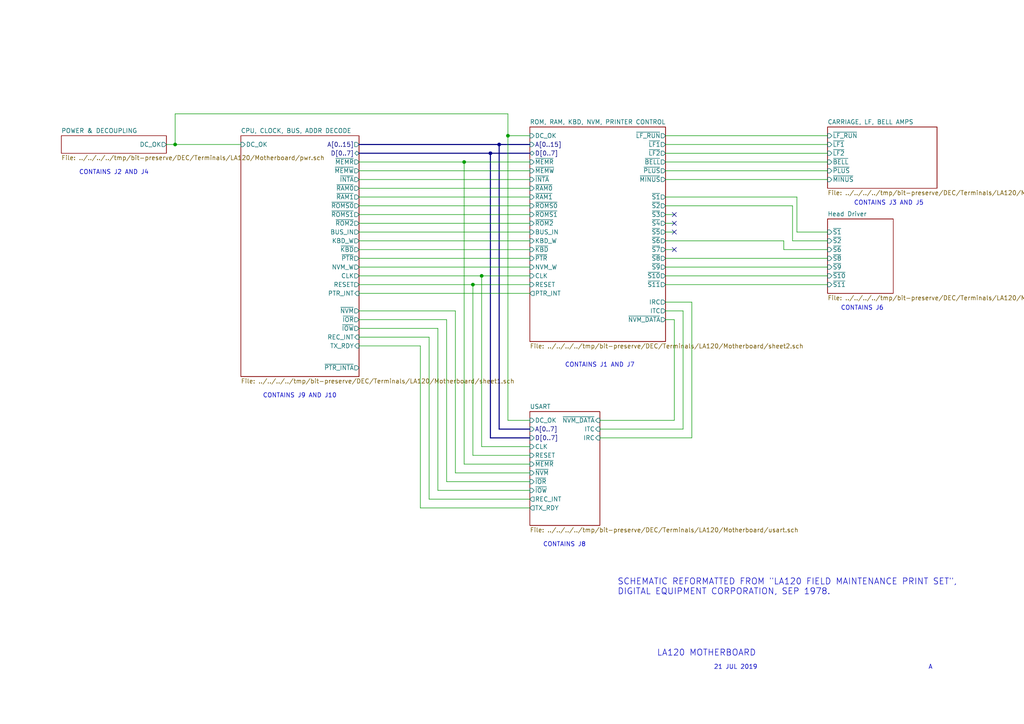
<source format=kicad_sch>
(kicad_sch (version 20230121) (generator eeschema)
  (paper "A4")
  (lib_symbols)
  (junction (at 50.8 41.91))
  (junction (at 139.7 80.01))
  (junction (at 142.24 44.45))
  (junction (at 134.62 46.99))
  (junction (at 137.16 82.55))
  (junction (at 147.32 39.37))
  (junction (at 144.78 41.91))
  (no_connect (at 195.58 62.23))
  (no_connect (at 195.58 64.77))
  (no_connect (at 195.58 72.39))
  (no_connect (at 195.58 67.31))
  (wire (pts (xy 193.04 80.01) (xy 240.03 80.01)))
  (wire (pts (xy 193.04 69.85) (xy 227.33 69.85)))
  (wire (pts (xy 153.67 134.62) (xy 134.62 134.62)))
  (wire (pts (xy 104.14 100.33) (xy 121.92 100.33)))
  (wire (pts (xy 195.58 92.71) (xy 193.04 92.71)))
  (wire (pts (xy 193.04 49.53) (xy 240.03 49.53)))
  (wire (pts (xy 139.7 129.54) (xy 139.7 80.01)))
  (wire (pts (xy 153.67 129.54) (xy 139.7 129.54)))
  (wire (pts (xy 104.14 74.93) (xy 153.67 74.93)))
  (wire (pts (xy 147.32 121.92) (xy 147.32 39.37)))
  (wire (pts (xy 139.7 80.01) (xy 153.67 80.01)))
  (bus (pts (xy 153.67 127) (xy 142.24 127)))
  (wire (pts (xy 147.32 121.92) (xy 153.67 121.92)))
  (wire (pts (xy 193.04 82.55) (xy 240.03 82.55)))
  (bus (pts (xy 144.78 124.46) (xy 144.78 41.91)))
  (wire (pts (xy 50.8 33.02) (xy 50.8 41.91)))
  (wire (pts (xy 104.14 46.99) (xy 134.62 46.99)))
  (wire (pts (xy 137.16 82.55) (xy 153.67 82.55)))
  (bus (pts (xy 142.24 44.45) (xy 153.67 44.45)))
  (wire (pts (xy 198.12 124.46) (xy 173.99 124.46)))
  (wire (pts (xy 200.66 127) (xy 200.66 87.63)))
  (wire (pts (xy 137.16 82.55) (xy 137.16 132.08)))
  (bus (pts (xy 153.67 124.46) (xy 144.78 124.46)))
  (wire (pts (xy 104.14 69.85) (xy 153.67 69.85)))
  (wire (pts (xy 104.14 49.53) (xy 153.67 49.53)))
  (wire (pts (xy 193.04 46.99) (xy 240.03 46.99)))
  (wire (pts (xy 104.14 72.39) (xy 153.67 72.39)))
  (wire (pts (xy 48.26 41.91) (xy 50.8 41.91)))
  (wire (pts (xy 104.14 85.09) (xy 153.67 85.09)))
  (wire (pts (xy 104.14 57.15) (xy 153.67 57.15)))
  (wire (pts (xy 193.04 44.45) (xy 240.03 44.45)))
  (wire (pts (xy 193.04 77.47) (xy 240.03 77.47)))
  (wire (pts (xy 193.04 52.07) (xy 240.03 52.07)))
  (wire (pts (xy 193.04 90.17) (xy 198.12 90.17)))
  (bus (pts (xy 104.14 41.91) (xy 144.78 41.91)))
  (wire (pts (xy 137.16 132.08) (xy 153.67 132.08)))
  (wire (pts (xy 104.14 67.31) (xy 153.67 67.31)))
  (wire (pts (xy 193.04 67.31) (xy 195.58 67.31)))
  (wire (pts (xy 134.62 134.62) (xy 134.62 46.99)))
  (wire (pts (xy 229.87 59.69) (xy 229.87 69.85)))
  (wire (pts (xy 227.33 72.39) (xy 240.03 72.39)))
  (wire (pts (xy 104.14 92.71) (xy 129.54 92.71)))
  (wire (pts (xy 227.33 69.85) (xy 227.33 72.39)))
  (wire (pts (xy 153.67 137.16) (xy 132.08 137.16)))
  (wire (pts (xy 104.14 90.17) (xy 132.08 90.17)))
  (wire (pts (xy 229.87 69.85) (xy 240.03 69.85)))
  (wire (pts (xy 129.54 92.71) (xy 129.54 139.7)))
  (wire (pts (xy 231.14 57.15) (xy 231.14 67.31)))
  (wire (pts (xy 193.04 57.15) (xy 231.14 57.15)))
  (wire (pts (xy 193.04 74.93) (xy 240.03 74.93)))
  (wire (pts (xy 104.14 52.07) (xy 153.67 52.07)))
  (wire (pts (xy 50.8 41.91) (xy 69.85 41.91)))
  (bus (pts (xy 142.24 127) (xy 142.24 44.45)))
  (wire (pts (xy 121.92 147.32) (xy 153.67 147.32)))
  (wire (pts (xy 153.67 142.24) (xy 127 142.24)))
  (wire (pts (xy 173.99 121.92) (xy 195.58 121.92)))
  (wire (pts (xy 173.99 127) (xy 200.66 127)))
  (wire (pts (xy 198.12 90.17) (xy 198.12 124.46)))
  (wire (pts (xy 121.92 100.33) (xy 121.92 147.32)))
  (wire (pts (xy 193.04 59.69) (xy 229.87 59.69)))
  (bus (pts (xy 104.14 44.45) (xy 142.24 44.45)))
  (wire (pts (xy 104.14 64.77) (xy 153.67 64.77)))
  (wire (pts (xy 147.32 39.37) (xy 147.32 33.02)))
  (wire (pts (xy 127 142.24) (xy 127 95.25)))
  (wire (pts (xy 147.32 33.02) (xy 50.8 33.02)))
  (wire (pts (xy 193.04 72.39) (xy 195.58 72.39)))
  (wire (pts (xy 231.14 67.31) (xy 240.03 67.31)))
  (wire (pts (xy 129.54 139.7) (xy 153.67 139.7)))
  (wire (pts (xy 104.14 54.61) (xy 153.67 54.61)))
  (wire (pts (xy 134.62 46.99) (xy 153.67 46.99)))
  (wire (pts (xy 104.14 62.23) (xy 153.67 62.23)))
  (wire (pts (xy 124.46 144.78) (xy 153.67 144.78)))
  (wire (pts (xy 104.14 82.55) (xy 137.16 82.55)))
  (wire (pts (xy 200.66 87.63) (xy 193.04 87.63)))
  (wire (pts (xy 195.58 121.92) (xy 195.58 92.71)))
  (wire (pts (xy 132.08 137.16) (xy 132.08 90.17)))
  (wire (pts (xy 193.04 39.37) (xy 240.03 39.37)))
  (wire (pts (xy 104.14 77.47) (xy 153.67 77.47)))
  (wire (pts (xy 104.14 80.01) (xy 139.7 80.01)))
  (wire (pts (xy 193.04 64.77) (xy 195.58 64.77)))
  (wire (pts (xy 124.46 97.79) (xy 124.46 144.78)))
  (wire (pts (xy 193.04 62.23) (xy 195.58 62.23)))
  (wire (pts (xy 127 95.25) (xy 104.14 95.25)))
  (wire (pts (xy 104.14 97.79) (xy 124.46 97.79)))
  (bus (pts (xy 144.78 41.91) (xy 153.67 41.91)))
  (wire (pts (xy 193.04 41.91) (xy 240.03 41.91)))
  (wire (pts (xy 104.14 59.69) (xy 153.67 59.69)))
  (wire (pts (xy 153.67 39.37) (xy 147.32 39.37)))
  (text "CONTAINS J6" (at 243.84 90.17 0) (effects (font (size 1.27 1.27)) (justify left bottom)))
  (text "21 JUL 2019" (at 207.01 194.31 0) (effects (font (size 1.27 1.27)) (justify left bottom)))
  (text "CONTAINS J1 AND J7" (at 163.83 106.68 0) (effects (font (size 1.27 1.27)) (justify left bottom)))
  (text "A" (at 269.24 194.31 0) (effects (font (size 1.27 1.27)) (justify left bottom)))
  (text "CONTAINS J9 AND J10" (at 76.2 115.57 0) (effects (font (size 1.27 1.27)) (justify left bottom)))
  (text "LA120 MOTHERBOARD" (at 190.5 190.5 0) (effects (font (size 1.778 1.778)) (justify left bottom)))
  (text "CONTAINS J8" (at 157.48 158.75 0) (effects (font (size 1.27 1.27)) (justify left bottom)))
  (text "CONTAINS J2 AND J4" (at 43.18 50.8 0) (effects (font (size 1.27 1.27)) (justify right bottom)))
  (text "CONTAINS J3 AND J5" (at 247.65 59.69 0) (effects (font (size 1.27 1.27)) (justify left bottom)))
  (text "SCHEMATIC REFORMATTED FROM \"LA120 FIELD MAINTENANCE PRINT SET\",\nDIGITAL EQUIPMENT CORPORATION, SEP 1978." (at 179.07 172.72 0) (effects (font (size 1.778 1.778)) (justify left bottom)))
  (sheet (at 240.03 63.5) (size 19.05 21.59)
    (property "Sheetname" "Head Driver" (at 240.03 62.7884 0) (effects (justify left bottom)))
    (property "Sheetfile" "../../../../tmp/bit-preserve/DEC/Terminals/LA120/Motherboard/heads.sch" (at 240.03 85.6746 0) (effects (justify left top)))
    (pin "~{S8}" input (at 240.03 74.93 180))
    (pin "~{S6}" input (at 240.03 72.39 180))
    (pin "~{S10}" input (at 240.03 80.01 180))
    (pin "~{S1}" input (at 240.03 67.31 180))
    (pin "~{S9}" input (at 240.03 77.47 180))
    (pin "~{S11}" input (at 240.03 82.55 180))
    (pin "~{S2}" input (at 240.03 69.85 180))
  )
  (sheet (at 153.67 36.83) (size 39.37 62.23)
    (property "Sheetname" "ROM, RAM, KBD, NVM, PRINTER CONTROL" (at 153.67 36.1184 0) (effects (justify left bottom)))
    (property "Sheetfile" "../../../../tmp/bit-preserve/DEC/Terminals/LA120/Motherboard/sheet2.sch" (at 153.67 99.6446 0) (effects (justify left top)))
    (pin "A[0..15]" input (at 153.67 41.91 180))
    (pin "D[0..7]" tri_state (at 153.67 44.45 180))
    (pin "~{MEMW}" input (at 153.67 49.53 180))
    (pin "~{RAM0}" input (at 153.67 54.61 180))
    (pin "~{RAM1}" input (at 153.67 57.15 180))
    (pin "~{ROMS0}" input (at 153.67 59.69 180))
    (pin "~{ROMS1}" input (at 153.67 62.23 180))
    (pin "~{ROM2}" input (at 153.67 64.77 180))
    (pin "KBD_W" input (at 153.67 69.85 180))
    (pin "~{KBD}" input (at 153.67 72.39 180))
    (pin "NVM_W" input (at 153.67 77.47 180))
    (pin "DC_OK" input (at 153.67 39.37 180))
    (pin "~{MEMR}" input (at 153.67 46.99 180))
    (pin "CLK" input (at 153.67 80.01 180))
    (pin "~{PTR}" input (at 153.67 74.93 180))
    (pin "RESET" input (at 153.67 82.55 180))
    (pin "~{INTA}" input (at 153.67 52.07 180))
    (pin "~{NVM_DATA}" output (at 193.04 92.71 0))
    (pin "IRC" output (at 193.04 87.63 0))
    (pin "ITC" output (at 193.04 90.17 0))
    (pin "~{S1}" output (at 193.04 57.15 0))
    (pin "~{S2}" output (at 193.04 59.69 0))
    (pin "~{S3}" output (at 193.04 62.23 0))
    (pin "~{S4}" output (at 193.04 64.77 0))
    (pin "~{S5}" output (at 193.04 67.31 0))
    (pin "~{S6}" output (at 193.04 69.85 0))
    (pin "~{S7}" output (at 193.04 72.39 0))
    (pin "~{S8}" output (at 193.04 74.93 0))
    (pin "~{S9}" output (at 193.04 77.47 0))
    (pin "~{S10}" output (at 193.04 80.01 0))
    (pin "~{S11}" output (at 193.04 82.55 0))
    (pin "~{PLUS}" output (at 193.04 49.53 0))
    (pin "~{MINUS}" output (at 193.04 52.07 0))
    (pin "~{LF_RUN}" output (at 193.04 39.37 0))
    (pin "~{LF1}" output (at 193.04 41.91 0))
    (pin "~{LF2}" output (at 193.04 44.45 0))
    (pin "~{BELL}" output (at 193.04 46.99 0))
    (pin "PTR_INT" output (at 153.67 85.09 180))
    (pin "BUS_IN" input (at 153.67 67.31 180))
  )
  (sheet (at 153.67 119.38) (size 20.32 33.02)
    (property "Sheetname" "USART" (at 153.67 118.6684 0) (effects (justify left bottom)))
    (property "Sheetfile" "../../../../tmp/bit-preserve/DEC/Terminals/LA120/Motherboard/usart.sch" (at 153.67 152.9846 0) (effects (justify left top)))
    (pin "D[0..7]" input (at 153.67 127 180))
    (pin "RESET" input (at 153.67 132.08 180))
    (pin "CLK" input (at 153.67 129.54 180))
    (pin "A[0..7]" input (at 153.67 124.46 180))
    (pin "TX_RDY" output (at 153.67 147.32 180))
    (pin "~{IOW}" input (at 153.67 142.24 180))
    (pin "~{IOR}" input (at 153.67 139.7 180))
    (pin "DC_OK" input (at 153.67 121.92 180))
    (pin "IRC" input (at 173.99 127 0))
    (pin "ITC" input (at 173.99 124.46 0))
    (pin "~{NVM_DATA}" input (at 173.99 121.92 0))
    (pin "~{MEMR}" input (at 153.67 134.62 180))
    (pin "~{NVM}" input (at 153.67 137.16 180))
    (pin "REC_INT" output (at 153.67 144.78 180))
  )
  (sheet (at 69.85 39.37) (size 34.29 69.85)
    (property "Sheetname" "CPU, CLOCK, BUS, ADDR DECODE" (at 69.85 38.6584 0) (effects (justify left bottom)))
    (property "Sheetfile" "../../../../tmp/bit-preserve/DEC/Terminals/LA120/Motherboard/sheet1.sch" (at 69.85 109.8046 0) (effects (justify left top)))
    (pin "A[0..15]" output (at 104.14 41.91 0))
    (pin "D[0..7]" tri_state (at 104.14 44.45 0))
    (pin "~{MEMR}" output (at 104.14 46.99 0))
    (pin "~{MEMW}" output (at 104.14 49.53 0))
    (pin "~{IOR}" output (at 104.14 92.71 0))
    (pin "~{IOW}" output (at 104.14 95.25 0))
    (pin "~{PTR_INTA}" output (at 104.14 106.68 0))
    (pin "~{INTA}" output (at 104.14 52.07 0))
    (pin "PTR_INT" input (at 104.14 85.09 0))
    (pin "DC_OK" input (at 69.85 41.91 180))
    (pin "REC_INT" input (at 104.14 97.79 0))
    (pin "~{RAM0}" output (at 104.14 54.61 0))
    (pin "~{RAM1}" output (at 104.14 57.15 0))
    (pin "~{ROMS0}" output (at 104.14 59.69 0))
    (pin "~{ROMS1}" output (at 104.14 62.23 0))
    (pin "~{ROM2}" output (at 104.14 64.77 0))
    (pin "BUS_IN" output (at 104.14 67.31 0))
    (pin "KBD_W" output (at 104.14 69.85 0))
    (pin "~{KBD}" output (at 104.14 72.39 0))
    (pin "~{NVM}" output (at 104.14 90.17 0))
    (pin "~{PTR}" output (at 104.14 74.93 0))
    (pin "NVM_W" output (at 104.14 77.47 0))
    (pin "TX_RDY" input (at 104.14 100.33 0))
    (pin "CLK" output (at 104.14 80.01 0))
    (pin "RESET" output (at 104.14 82.55 0))
  )
  (sheet (at 240.03 36.83) (size 31.75 17.78)
    (property "Sheetname" "CARRIAGE, LF, BELL AMPS" (at 240.03 36.1184 0) (effects (justify left bottom)))
    (property "Sheetfile" "../../../../tmp/bit-preserve/DEC/Terminals/LA120/Motherboard/sheet4.sch" (at 240.03 55.1946 0) (effects (justify left top)))
    (pin "~{PLUS}" input (at 240.03 49.53 180))
    (pin "~{MINUS}" input (at 240.03 52.07 180))
    (pin "~{LF_RUN}" input (at 240.03 39.37 180))
    (pin "~{LF1}" input (at 240.03 41.91 180))
    (pin "~{LF2}" input (at 240.03 44.45 180))
    (pin "~{BELL}" input (at 240.03 46.99 180))
  )
  (sheet (at 17.78 39.37) (size 30.48 5.08)
    (property "Sheetname" "POWER & DECOUPLING" (at 17.78 38.6584 0) (effects (justify left bottom)))
    (property "Sheetfile" "../../../../tmp/bit-preserve/DEC/Terminals/LA120/Motherboard/pwr.sch" (at 17.78 45.0346 0) (effects (justify left top)))
    (pin "DC_OK" output (at 48.26 41.91 0))
  )
)
</source>
